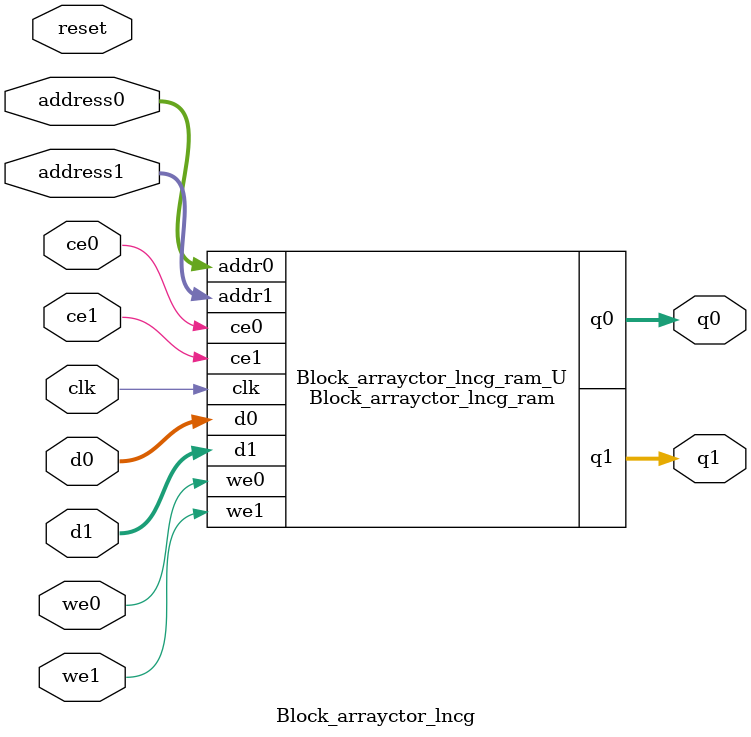
<source format=v>
`timescale 1 ns / 1 ps
module Block_arrayctor_lncg_ram (addr0, ce0, d0, we0, q0, addr1, ce1, d1, we1, q1,  clk);

parameter DWIDTH = 5;
parameter AWIDTH = 9;
parameter MEM_SIZE = 320;

input[AWIDTH-1:0] addr0;
input ce0;
input[DWIDTH-1:0] d0;
input we0;
output reg[DWIDTH-1:0] q0;
input[AWIDTH-1:0] addr1;
input ce1;
input[DWIDTH-1:0] d1;
input we1;
output reg[DWIDTH-1:0] q1;
input clk;

(* ram_style = "block" *)reg [DWIDTH-1:0] ram[0:MEM_SIZE-1];




always @(posedge clk)  
begin 
    if (ce0) begin
        if (we0) 
            ram[addr0] <= d0; 
        q0 <= ram[addr0];
    end
end


always @(posedge clk)  
begin 
    if (ce1) begin
        if (we1) 
            ram[addr1] <= d1; 
        q1 <= ram[addr1];
    end
end


endmodule

`timescale 1 ns / 1 ps
module Block_arrayctor_lncg(
    reset,
    clk,
    address0,
    ce0,
    we0,
    d0,
    q0,
    address1,
    ce1,
    we1,
    d1,
    q1);

parameter DataWidth = 32'd5;
parameter AddressRange = 32'd320;
parameter AddressWidth = 32'd9;
input reset;
input clk;
input[AddressWidth - 1:0] address0;
input ce0;
input we0;
input[DataWidth - 1:0] d0;
output[DataWidth - 1:0] q0;
input[AddressWidth - 1:0] address1;
input ce1;
input we1;
input[DataWidth - 1:0] d1;
output[DataWidth - 1:0] q1;



Block_arrayctor_lncg_ram Block_arrayctor_lncg_ram_U(
    .clk( clk ),
    .addr0( address0 ),
    .ce0( ce0 ),
    .we0( we0 ),
    .d0( d0 ),
    .q0( q0 ),
    .addr1( address1 ),
    .ce1( ce1 ),
    .we1( we1 ),
    .d1( d1 ),
    .q1( q1 ));

endmodule


</source>
